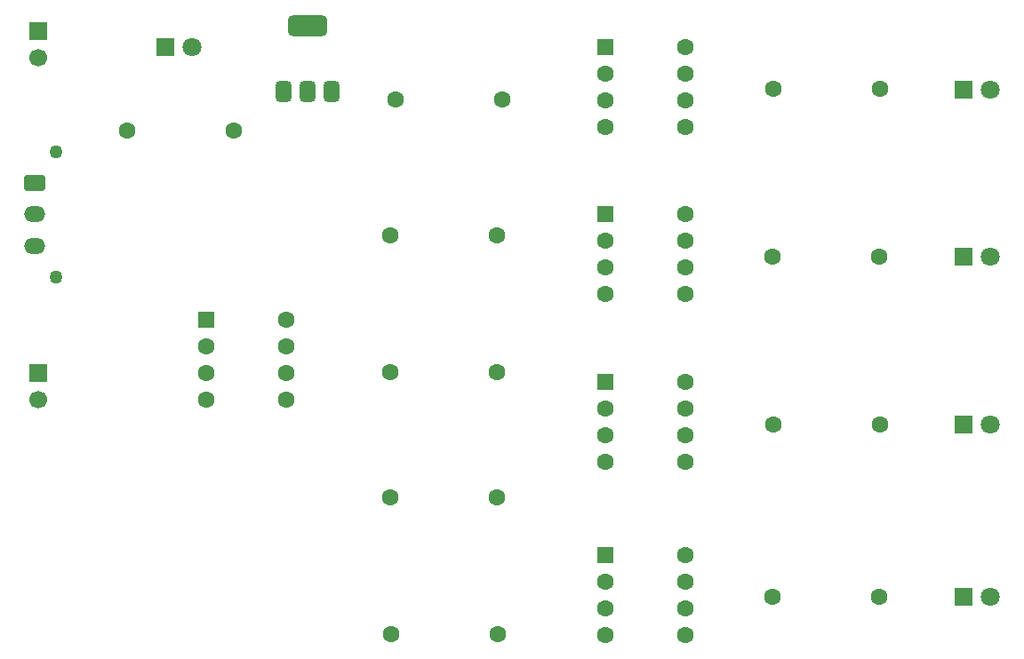
<source format=gbr>
%TF.GenerationSoftware,KiCad,Pcbnew,9.0.4*%
%TF.CreationDate,2025-10-16T13:31:45+09:00*%
%TF.ProjectId,HAM_Seminiar_Opamp,48414d5f-5365-46d6-996e-6961725f4f70,rev?*%
%TF.SameCoordinates,Original*%
%TF.FileFunction,Soldermask,Top*%
%TF.FilePolarity,Negative*%
%FSLAX46Y46*%
G04 Gerber Fmt 4.6, Leading zero omitted, Abs format (unit mm)*
G04 Created by KiCad (PCBNEW 9.0.4) date 2025-10-16 13:31:45*
%MOMM*%
%LPD*%
G01*
G04 APERTURE LIST*
G04 Aperture macros list*
%AMRoundRect*
0 Rectangle with rounded corners*
0 $1 Rounding radius*
0 $2 $3 $4 $5 $6 $7 $8 $9 X,Y pos of 4 corners*
0 Add a 4 corners polygon primitive as box body*
4,1,4,$2,$3,$4,$5,$6,$7,$8,$9,$2,$3,0*
0 Add four circle primitives for the rounded corners*
1,1,$1+$1,$2,$3*
1,1,$1+$1,$4,$5*
1,1,$1+$1,$6,$7*
1,1,$1+$1,$8,$9*
0 Add four rect primitives between the rounded corners*
20,1,$1+$1,$2,$3,$4,$5,0*
20,1,$1+$1,$4,$5,$6,$7,0*
20,1,$1+$1,$6,$7,$8,$9,0*
20,1,$1+$1,$8,$9,$2,$3,0*%
G04 Aperture macros list end*
%ADD10R,1.800000X1.800000*%
%ADD11C,1.800000*%
%ADD12RoundRect,0.250000X-0.550000X-0.550000X0.550000X-0.550000X0.550000X0.550000X-0.550000X0.550000X0*%
%ADD13C,1.600000*%
%ADD14R,1.700000X1.700000*%
%ADD15C,1.700000*%
%ADD16C,1.270000*%
%ADD17RoundRect,0.250001X-0.759999X0.499999X-0.759999X-0.499999X0.759999X-0.499999X0.759999X0.499999X0*%
%ADD18O,2.020000X1.500000*%
%ADD19RoundRect,0.375000X0.375000X-0.625000X0.375000X0.625000X-0.375000X0.625000X-0.375000X-0.625000X0*%
%ADD20RoundRect,0.500000X1.400000X-0.500000X1.400000X0.500000X-1.400000X0.500000X-1.400000X-0.500000X0*%
G04 APERTURE END LIST*
D10*
%TO.C,D1*%
X164460000Y-76080000D03*
D11*
X167000000Y-76080000D03*
%TD*%
D12*
%TO.C,U1*%
X92380000Y-98000000D03*
D13*
X92380000Y-100540000D03*
X92380000Y-103080000D03*
X92380000Y-105620000D03*
X100000000Y-105620000D03*
X100000000Y-103080000D03*
X100000000Y-100540000D03*
X100000000Y-98000000D03*
%TD*%
%TO.C,R10*%
X95000000Y-80000000D03*
X84840000Y-80000000D03*
%TD*%
%TO.C,R2*%
X109840000Y-90000000D03*
X120000000Y-90000000D03*
%TD*%
%TO.C,R3*%
X109840000Y-103000000D03*
X120000000Y-103000000D03*
%TD*%
D10*
%TO.C,D4*%
X164460000Y-124460000D03*
D11*
X167000000Y-124460000D03*
%TD*%
D13*
%TO.C,R9*%
X146300000Y-124460000D03*
X156460000Y-124460000D03*
%TD*%
D10*
%TO.C,D2*%
X164460000Y-92000000D03*
D11*
X167000000Y-92000000D03*
%TD*%
D13*
%TO.C,R6*%
X146380000Y-76000000D03*
X156540000Y-76000000D03*
%TD*%
%TO.C,R7*%
X146300000Y-92000000D03*
X156460000Y-92000000D03*
%TD*%
D14*
%TO.C,J1*%
X76380000Y-103080000D03*
D15*
X76380000Y-105620000D03*
%TD*%
D12*
%TO.C,U3*%
X130380000Y-72000000D03*
D13*
X130380000Y-74540000D03*
X130380000Y-77080000D03*
X130380000Y-79620000D03*
X138000000Y-79620000D03*
X138000000Y-77080000D03*
X138000000Y-74540000D03*
X138000000Y-72000000D03*
%TD*%
%TO.C,R5*%
X109920000Y-128000000D03*
X120080000Y-128000000D03*
%TD*%
D12*
%TO.C,U5*%
X130380000Y-88000000D03*
D13*
X130380000Y-90540000D03*
X130380000Y-93080000D03*
X130380000Y-95620000D03*
X138000000Y-95620000D03*
X138000000Y-93080000D03*
X138000000Y-90540000D03*
X138000000Y-88000000D03*
%TD*%
%TO.C,R1*%
X110380000Y-77000000D03*
X120540000Y-77000000D03*
%TD*%
%TO.C,R8*%
X146380000Y-108000000D03*
X156540000Y-108000000D03*
%TD*%
D12*
%TO.C,U4*%
X130380000Y-103920000D03*
D13*
X130380000Y-106460000D03*
X130380000Y-109000000D03*
X130380000Y-111540000D03*
X138000000Y-111540000D03*
X138000000Y-109000000D03*
X138000000Y-106460000D03*
X138000000Y-103920000D03*
%TD*%
D16*
%TO.C,SW1*%
X78000000Y-82000000D03*
X78000000Y-94000000D03*
D17*
X76040000Y-85000000D03*
D18*
X76040000Y-88000000D03*
X76040000Y-91000000D03*
%TD*%
D12*
%TO.C,U6*%
X130380000Y-120460000D03*
D13*
X130380000Y-123000000D03*
X130380000Y-125540000D03*
X130380000Y-128080000D03*
X138000000Y-128080000D03*
X138000000Y-125540000D03*
X138000000Y-123000000D03*
X138000000Y-120460000D03*
%TD*%
D10*
%TO.C,D5*%
X88460000Y-72000000D03*
D11*
X91000000Y-72000000D03*
%TD*%
D14*
%TO.C,BT1*%
X76380000Y-70540000D03*
D15*
X76380000Y-73080000D03*
%TD*%
D10*
%TO.C,D3*%
X164460000Y-108000000D03*
D11*
X167000000Y-108000000D03*
%TD*%
D13*
%TO.C,R4*%
X109840000Y-115000000D03*
X120000000Y-115000000D03*
%TD*%
D19*
%TO.C,U2*%
X99700000Y-76300000D03*
X102000000Y-76300000D03*
D20*
X102000000Y-70000000D03*
D19*
X104300000Y-76300000D03*
%TD*%
M02*

</source>
